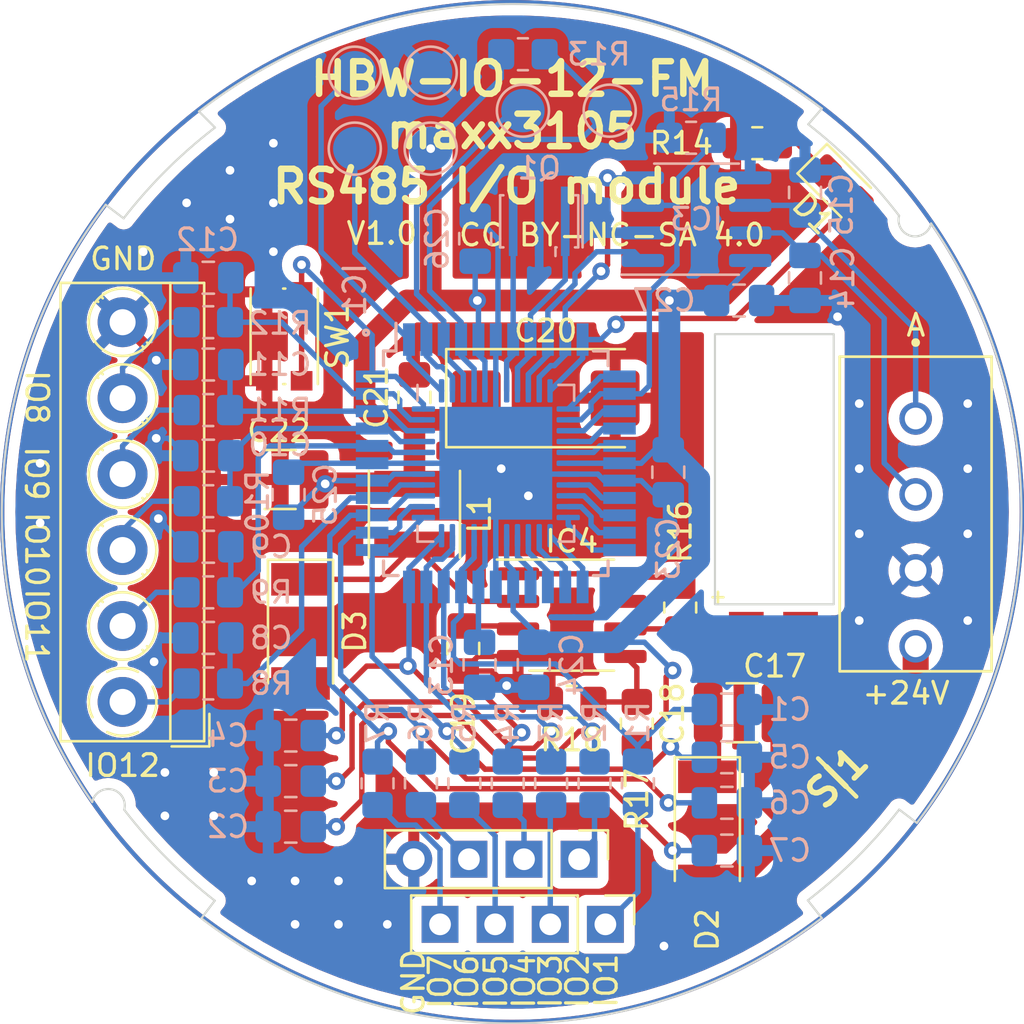
<source format=kicad_pcb>
(kicad_pcb (version 20211014) (generator pcbnew)
  (layers (0 "F.Cu" signal) (31 "B.Cu" signal) (34 "B.Paste" user) (35 "F.Paste" user) (36 "B.SilkS" user "B.Silkscreen") (37 "F.SilkS" user "F.Silkscreen") (38 "B.Mask" user) (39 "F.Mask" user) (44 "Edge.Cuts" user))
  (net 0 "")
  (net 1 "/GND")
  (net 2 "/AREF")
  (net 3 "Net-(C14-Pad1)")
  (net 4 "Net-(C15-Pad1)")
  (net 5 "Net-(C17-Pad1)")
  (net 6 "Net-(C19-Pad1)")
  (net 7 "/VCC")
  (net 8 "Net-(D1-Pad1)")
  (net 9 "/LED")
  (net 10 "Net-(D2-Pad2)")
  (net 11 "Net-(D3-Pad1)")
  (net 12 "/MOSI")
  (net 13 "/MISO")
  (net 14 "/SCK")
  (net 15 "/RST")
  (net 16 "/XTAL2")
  (net 17 "/XTAL1")
  (net 18 "/RXD")
  (net 19 "/TXD")
  (net 20 "/TXEN")
  (net 21 "/SO8")
  (net 22 "/SO7")
  (net 23 "/SO6")
  (net 24 "/SO5")
  (net 25 "/SO4")
  (net 26 "/SO3")
  (net 27 "/SO2")
  (net 28 "/SO1")
  (net 29 "/SO9")
  (net 30 "/SO10")
  (net 31 "/SO11")
  (net 32 "/SO12")
  (net 33 "Net-(IC4-Pad1)")
  (net 34 "Net-(IC4-Pad5)")
  (net 35 "Net-(J1-Pad1)")
  (net 36 "Net-(J1-Pad2)")
  (net 37 "Net-(J1-Pad3)")
  (net 38 "Net-(J1-Pad4)")
  (net 39 "Net-(J2-Pad1)")
  (net 40 "Net-(J2-Pad2)")
  (net 41 "Net-(J2-Pad3)")
  (net 42 "Net-(J3-Pad1)")
  (net 43 "Net-(J3-Pad2)")
  (net 44 "Net-(J3-Pad3)")
  (net 45 "Net-(J3-Pad4)")
  (net 46 "Net-(J3-Pad5)")
  (net 47 "/+24V")
  (net 48 "/PD3")
  (net 49 "/PD5")
  (net 50 "/PD6")
  (net 51 "/PD7")
  (net 52 "/PC0")
  (net 53 "/PC1")
  (net 54 "/PC2")
  (net 55 "/PC3")
  (net 56 "/PC4")
  (net 57 "/PC5")
  (net 58 "/PC6")
  (net 59 "/PC7")
  (net 60 "/Button")
  (footprint "Fuse:FUSC6127X294N" (layer "F.Cu") (at 164.982233 87.232233 -135)
    (fp_text reference "SI1")
    (fp_text value "375mA" hide)
  )
  (footprint "Diode_SMD:D_MELF" (layer "F.Cu") (at 140.25 80.5 -90)
    (fp_text reference "D3")
    (fp_text value "SK14")
  )
  (footprint "1891085:PHOENIX_1891085" (layer "F.Cu") (at 165.1 67.8375 -90)
    (fp_text reference "J4" hide)
    (fp_text value "BUS_Terminal" hide)
  )
  (footprint "LED_SMD:LED_0805_2012Metric_Pad1.15x1.40mm_HandSolder" (layer "F.Cu") (at 165.15 60.03 -45)
    (fp_text reference "D1")
    (fp_text value "Rot" hide)
  )
  (footprint "Capacitor_SMD:C_0805_2012Metric_Pad1.18x1.45mm_HandSolder" (layer "F.Cu") (at 147.75 81.2875 -90)
    (fp_text reference "C19")
    (fp_text value "220pF" hide)
  )
  (footprint "Inductor_SMD:L_Taiyo-Yuden_MD-4040" (layer "F.Cu") (at 145.5 75.1 -90)
    (fp_text reference "L1")
    (fp_text value "270µH")
  )
  (footprint "Diode_SMD:D_MELF" (layer "F.Cu") (at 159 89.6 -90)
    (fp_text reference "D2")
    (fp_text value "SM4007" hide)
  )
  (footprint "Capacitor_THT:CP_Radial_D5.0mm_P2.50mm" (layer "F.Cu") (at 160.794888 80.4)
    (fp_text reference "C17")
    (fp_text value "22µF/50V" hide)
  )
  (footprint "Resistor_SMD:R_0805_2012Metric_Pad1.20x1.40mm_HandSolder" (layer "F.Cu") (at 157.75 79.4 90)
    (fp_text reference "R16")
    (fp_text value "1R")
  )
  (footprint "Connector_PinHeader_2.54mm:PinHeader_1x04_P2.54mm_Vertical" (layer "F.Cu") (at 154.3 94 -90)
    (fp_text reference "J1" hide)
    (fp_text value "Conn_01x04_Male" hide)
  )
  (footprint "Resistor_SMD:R_0805_2012Metric_Pad1.20x1.40mm_HandSolder" (layer "F.Cu") (at 161.3 58)
    (fp_text reference "R14")
    (fp_text value "470" hide)
  )
  (footprint "Capacitor_SMD:C_0805_2012Metric_Pad1.18x1.45mm_HandSolder" (layer "F.Cu") (at 145.5 69.7125 -90)
    (fp_text reference "C21")
    (fp_text value "100n" hide)
  )
  (footprint "Capacitor_Tantalum_SMD:CP_EIA-7343-20_Kemet-V_Pad2.25x2.55mm_HandSolder" (layer "F.Cu") (at 151.55 69.75)
    (fp_text reference "C20")
    (fp_text value "100µF/6,3V" hide)
  )
  (footprint "Resistor_SMD:R_0805_2012Metric_Pad1.20x1.40mm_HandSolder" (layer "F.Cu") (at 152.75 83.75 180)
    (fp_text reference "R18")
    (fp_text value "12k" hide)
  )
  (footprint "Capacitor_SMD:C_1210_3225Metric_Pad1.33x2.70mm_HandSolder" (layer "F.Cu") (at 139.3125 73.5 180)
    (fp_text reference "C22")
    (fp_text value "10µF" hide)
  )
  (footprint "Package_SO:SOIC-8_3.9x4.9mm_P1.27mm" (layer "F.Cu") (at 152.75 79.75)
    (fp_text reference "IC4")
    (fp_text value "MC34063AD" hide)
  )
  (footprint "Connector_PinHeader_2.54mm:PinHeader_1x04_P2.54mm_Vertical" (layer "F.Cu") (at 153.09 91 -90)
    (fp_text reference "J2" hide)
    (fp_text value "Conn_01x04_Male" hide)
  )
  (footprint "Button_Switch_SMD:SW_Push_1P1T_NO_CK_KMR2" (layer "F.Cu") (at 139.5 66.9 -90)
    (fp_text reference "SW1")
    (fp_text value "Button")
  )
  (footprint "TerminalBlock_MetzConnect:TerminalBlock_MetzConnect_Type059_RT06306HBWC_1x06_P3.50mm_Horizontal" (layer "F.Cu") (at 132.05 83.75 90)
    (fp_text reference "J3" hide)
    (fp_text value "Screw_Terminal_01x06" hide)
  )
  (footprint "Resistor_SMD:R_0805_2012Metric_Pad1.20x1.40mm_HandSolder" (layer "F.Cu") (at 155.75 84.75 90)
    (fp_text reference "R17")
    (fp_text value "36k" hide)
  )
  (footprint "Capacitor_SMD:C_1210_3225Metric_Pad1.33x2.70mm_HandSolder" (layer "F.Cu") (at 160.6 84.25)
    (fp_text reference "C18")
    (fp_text value "2,2µF/50V" hide)
  )
  (footprint "Capacitor_SMD:C_0805_2012Metric_Pad1.18x1.45mm_HandSolder" (layer "B.Cu") (at 139.8 89.5)
    (fp_text reference "C2")
    (fp_text value "100nF" hide)
  )
  (footprint "Resistor_SMD:R_0805_2012Metric_Pad1.20x1.40mm_HandSolder" (layer "B.Cu") (at 149.8 87.5 90)
    (fp_text reference "R4")
    (fp_text value "330")
  )
  (footprint "Crystal:Resonator_SMD_Murata_CSTxExxV-3Pin_3.0x1.1mm_HandSoldering" (layer "B.Cu") (at 151.25 61.6 180)
    (fp_text reference "Q1")
    (fp_text value "16Mhz")
  )
  (footprint "Capacitor_SMD:C_0805_2012Metric_Pad1.18x1.45mm_HandSolder" (layer "B.Cu") (at 139.8 85.3)
    (fp_text reference "C4")
    (fp_text value "100nF")
  )
  (footprint "Capacitor_SMD:C_0805_2012Metric_Pad1.18x1.45mm_HandSolder" (layer "B.Cu") (at 139.8 87.4)
    (fp_text reference "C3")
    (fp_text value "100nF")
  )
  (footprint "Resistor_SMD:R_0805_2012Metric_Pad1.20x1.40mm_HandSolder" (layer "B.Cu") (at 136 66.25)
    (fp_text reference "R12")
    (fp_text value "330" hide)
  )
  (footprint "Capacitor_SMD:C_0805_2012Metric_Pad1.18x1.45mm_HandSolder" (layer "B.Cu") (at 159.9 84.1 180)
    (fp_text reference "C1")
    (fp_text value "100nF")
  )
  (footprint "Capacitor_SMD:C_0805_2012Metric_Pad1.18x1.45mm_HandSolder" (layer "B.Cu") (at 157.2 73.1625 -90)
    (fp_text reference "C23")
    (fp_text value "100nF" hide)
  )
  (footprint "TestPoint:TestPoint_Pad_D2.0mm" (layer "B.Cu") (at 150.5 56.5 180)
    (fp_text reference "TP6" hide)
    (fp_text value "SCK")
  )
  (footprint "Capacitor_SMD:C_0805_2012Metric_Pad1.18x1.45mm_HandSolder" (layer "B.Cu") (at 136 76.6)
    (fp_text reference "C9")
    (fp_text value "100nF" hide)
  )
  (footprint "Package_QFP:TQFP-44_10x10mm_P0.8mm" (layer "B.Cu") (at 149.25 72.75 -90)
    (fp_text reference "IC1")
    (fp_text value "ATmega32A-A" hide)
  )
  (footprint "Capacitor_SMD:C_0805_2012Metric_Pad1.18x1.45mm_HandSolder" (layer "B.Cu") (at 160.4625 65.25 180)
    (fp_text reference "C27")
    (fp_text value "100n" hide)
  )
  (footprint "Resistor_SMD:R_0805_2012Metric_Pad1.20x1.40mm_HandSolder" (layer "B.Cu") (at 147.8 87.5 90)
    (fp_text reference "R5")
    (fp_text value "330")
  )
  (footprint "Capacitor_SMD:C_0805_2012Metric_Pad1.18x1.45mm_HandSolder" (layer "B.Cu") (at 148.5 82.0375 90)
    (fp_text reference "C13")
    (fp_text value "100nF" hide)
  )
  (footprint "Capacitor_SMD:C_0805_2012Metric_Pad1.18x1.45mm_HandSolder" (layer "B.Cu") (at 136 68.2)
    (fp_text reference "C11")
    (fp_text value "100nF" hide)
  )
  (footprint "Capacitor_SMD:C_0805_2012Metric_Pad1.18x1.45mm_HandSolder" (layer "B.Cu") (at 136 64.2)
    (fp_text reference "C12")
    (fp_text value "100nF" hide)
  )
  (footprint "TestPoint:TestPoint_Pad_D2.0mm" (layer "B.Cu") (at 146.25 54.75 180)
    (fp_text reference "TP2" hide)
    (fp_text value "GND")
  )
  (footprint "Capacitor_SMD:C_0805_2012Metric_Pad1.18x1.45mm_HandSolder" (layer "B.Cu") (at 136 80.8)
    (fp_text reference "C8")
    (fp_text value "100nF" hide)
  )
  (footprint "Resistor_SMD:R_0805_2012Metric_Pad1.20x1.40mm_HandSolder" (layer "B.Cu") (at 136 82.9)
    (fp_text reference "R8")
    (fp_text value "330" hide)
  )
  (footprint "Resistor_SMD:R_0805_2012Metric_Pad1.20x1.40mm_HandSolder" (layer "B.Cu") (at 150.5 53.9 180)
    (fp_text reference "R13")
    (fp_text value "10k" hide)
  )
  (footprint "Capacitor_SMD:C_0805_2012Metric_Pad1.18x1.45mm_HandSolder" (layer "B.Cu") (at 159.9 90.6 180)
    (fp_text reference "C7")
    (fp_text value "100nF")
  )
  (footprint "TestPoint:TestPoint_Pad_D2.0mm" (layer "B.Cu") (at 142.75 54.75 180)
    (fp_text reference "TP4" hide)
    (fp_text value "MOSI")
  )
  (footprint "Capacitor_SMD:C_0805_2012Metric_Pad1.18x1.45mm_HandSolder" (layer "B.Cu") (at 139.7 74.2 90)
    (fp_text reference "C25")
    (fp_text value "100nF" hide)
  )
  (footprint "Package_DFN_QFN:QFN-44-1EP_7x7mm_P0.5mm_EP5.2x5.2mm" (layer "B.Cu") (at 149.25 72.75 -90)
    (fp_text reference "IC2" hide)
    (fp_text value "ATmega32A-M" hide)
  )
  (footprint "Capacitor_SMD:C_0805_2012Metric_Pad1.18x1.45mm_HandSolder" (layer "B.Cu") (at 136 72.4)
    (fp_text reference "C10")
    (fp_text value "100nF" hide)
  )
  (footprint "Capacitor_SMD:C_0805_2012Metric_Pad1.18x1.45mm_HandSolder" (layer "B.Cu") (at 163.5 60.27 90)
    (fp_text reference "C15")
    (fp_text value "82pF" hide)
  )
  (footprint "Capacitor_SMD:C_0805_2012Metric_Pad1.18x1.45mm_HandSolder" (layer "B.Cu") (at 148.3 62.4 90)
    (fp_text reference "C26")
    (fp_text value "100nF" hide)
  )
  (footprint "Resistor_SMD:R_0805_2012Metric_Pad1.20x1.40mm_HandSolder" (layer "B.Cu") (at 136 74.5)
    (fp_text reference "R10")
    (fp_text value "330" hide)
  )
  (footprint "Capacitor_SMD:C_0805_2012Metric_Pad1.18x1.45mm_HandSolder" (layer "B.Cu") (at 163.5 64.21 -90)
    (fp_text reference "C14")
    (fp_text value "82pF" hide)
  )
  (footprint "Resistor_SMD:R_0805_2012Metric_Pad1.20x1.40mm_HandSolder" (layer "B.Cu") (at 158.25 57.75)
    (fp_text reference "R15")
    (fp_text value "10k" hide)
  )
  (footprint "Resistor_SMD:R_0805_2012Metric_Pad1.20x1.40mm_HandSolder" (layer "B.Cu") (at 155.8 87.5 90)
    (fp_text reference "R1")
    (fp_text value "330")
  )
  (footprint "Resistor_SMD:R_0805_2012Metric_Pad1.20x1.40mm_HandSolder" (layer "B.Cu") (at 151.8 87.5 90)
    (fp_text reference "R3")
    (fp_text value "330")
  )
  (footprint "Capacitor_SMD:C_0805_2012Metric_Pad1.18x1.45mm_HandSolder" (layer "B.Cu") (at 159.9 86.3 180)
    (fp_text reference "C5")
    (fp_text value "100nF")
  )
  (footprint "TestPoint:TestPoint_Pad_D2.0mm" (layer "B.Cu") (at 154.5 56.5 180)
    (fp_text reference "TP5" hide)
    (fp_text value "RST")
  )
  (footprint "TestPoint:TestPoint_Pad_D2.0mm" (layer "B.Cu") (at 146.25 58.25 180)
    (fp_text reference "TP1" hide)
    (fp_text value "VCC")
  )
  (footprint "Package_SO:SOIC-8_3.9x4.9mm_P1.27mm" (layer "B.Cu") (at 158.5 61.5)
    (fp_text reference "IC3")
    (fp_text value "MAX487E" hide)
  )
  (footprint "Resistor_SMD:R_0805_2012Metric_Pad1.20x1.40mm_HandSolder" (layer "B.Cu") (at 143.8 87.5 90)
    (fp_text reference "R7")
    (fp_text value "330")
  )
  (footprint "TestPoint:TestPoint_Pad_D2.0mm" (layer "B.Cu") (at 142.75 58.25 180)
    (fp_text reference "TP3" hide)
    (fp_text value "MISO")
  )
  (footprint "Capacitor_SMD:C_0805_2012Metric_Pad1.18x1.45mm_HandSolder" (layer "B.Cu") (at 151 82.0375 -90)
    (fp_text reference "C24")
    (fp_text value "100nF" hide)
  )
  (footprint "Resistor_SMD:R_0805_2012Metric_Pad1.20x1.40mm_HandSolder" (layer "B.Cu") (at 136 70.3)
    (fp_text reference "R11")
    (fp_text value "330" hide)
  )
  (footprint "Resistor_SMD:R_0805_2012Metric_Pad1.20x1.40mm_HandSolder" (layer "B.Cu") (at 136 78.7)
    (fp_text reference "R9")
    (fp_text value "330" hide)
  )
  (footprint "Resistor_SMD:R_0805_2012Metric_Pad1.20x1.40mm_HandSolder" (layer "B.Cu") (at 153.8 87.5 90)
    (fp_text reference "R2")
    (fp_text value "330" hide)
  )
  (footprint "Capacitor_SMD:C_0805_2012Metric_Pad1.18x1.45mm_HandSolder" (layer "B.Cu") (at 159.9 88.4 180)
    (fp_text reference "C6")
    (fp_text value "100nF" hide)
  )
  (footprint "Resistor_SMD:R_0805_2012Metric_Pad1.20x1.40mm_HandSolder" (layer "B.Cu") (at 145.8 87.5 90)
    (fp_text reference "R6")
    (fp_text value "330" hide)
  )
  (gr_circle (center 150 75) (end 173.5 75) (layer "F.Cu") (width 0.2) (fill none))
  (gr_circle (center 150 75) (end 173.5 75) (layer "B.Cu") (width 0.2) (fill none))
  (gr_circle (center 143.27 66.73) (end 143.31 66.84) (layer "B.SilkS") (width 0.15) (fill none))
  (gr_arc (start 164.274013 93.709678) (mid 149.979794 98.565663) (end 135.681576 93.721468) (layer "Edge.Cuts") (width 0.1))
  (gr_arc (start 132.098474 61.463954) (mid 134.070106 59.236439) (end 136.309444 57.278246) (layer "Edge.Cuts") (width 0.1))
  (gr_arc (start 130.650136 88.363575) (mid 131.570106 87.786439) (end 132.125319 88.719804) (layer "Edge.Cuts") (width 0.1))
  (gr_arc (start 130.650136 88.363575) (mid 126.489563 74.499294) (end 131.269977 60.83634) (layer "Edge.Cuts") (width 0.1))
  (gr_arc (start 163.651021 57.129902) (mid 165.878536 59.101534) (end 167.836729 61.340872) (layer "Edge.Cuts") (width 0.1))
  (gr_line (start 132.098474 61.463954) (end 131.270106 60.836439) (layer "Edge.Cuts") (width 0.1))
  (gr_rect (start 159.35 66.8) (end 164.825 79.25) (layer "Edge.Cuts") (width 0.1) (fill none))
  (gr_line (start 167.841738 88.708924) (end 168.65495 89.324877) (layer "Edge.Cuts") (width 0.1))
  (gr_line (start 163.630768 92.894632) (end 164.274013 93.709678) (layer "Edge.Cuts") (width 0.1))
  (gr_arc (start 169.311912 61.697101) (mid 173.468751 75.617646) (end 168.65495 89.324877) (layer "Edge.Cuts") (width 0.1))
  (gr_line (start 136.297621 92.908071) (end 135.681576 93.721468) (layer "Edge.Cuts") (width 0.1))
  (gr_line (start 163.651021 57.129902) (end 164.278536 56.401534) (layer "Edge.Cuts") (width 0.1))
  (gr_arc (start 135.570106 56.536439) (mid 149.901374 51.585798) (end 164.278536 56.401534) (layer "Edge.Cuts") (width 0.1))
  (gr_arc (start 167.841738 88.708924) (mid 165.870106 90.936439) (end 163.630768 92.894632) (layer "Edge.Cuts") (width 0.1))
  (gr_line (start 136.309444 57.278246) (end 135.570106 56.536439) (layer "Edge.Cuts") (width 0.1))
  (gr_arc (start 136.297621 92.908071) (mid 134.07869 90.946211) (end 132.125319 88.719804) (layer "Edge.Cuts") (width 0.1))
  (gr_arc (start 169.311912 61.697101) (mid 168.391942 62.274237) (end 167.836729 61.340872) (layer "Edge.Cuts") (width 0.1))
  (gr_text "IO10" (at 128.09 76.72 270) (layer "F.SilkS") (effects (font (size 1 1))))
  (gr_text "IO7" (at 146.68 96.65 90) (layer "F.SilkS") (effects (font (size 1 1))))
  (gr_text "IO12" (at 132.05 86.68) (layer "F.SilkS") (effects (font (size 1 1))))
  (gr_text "+24V" (at 168.16 83.35) (layer "F.SilkS") (effects (font (size 1 1))))
  (gr_text "IO2" (at 153.01 96.62 90) (layer "F.SilkS") (effects (font (size 1 1))))
  (gr_text "IO9" (at 128.07 73.22 270) (layer "F.SilkS") (effects (font (size 1 1))))
  (gr_text "IO11" (at 128.09 80.25 270) (layer "F.SilkS") (effects (font (size 1 1))))
  (gr_text "HBW-IO-12-FM\nmaxx3105" (at 150 56.25) (layer "F.SilkS") (effects (font (size 1.5 1.5) (thickness 0.3))))
  (gr_text "RS485 I/O module" (at 149.75 60) (layer "F.SilkS") (effects (font (size 1.5 1.5) (thickness 0.3))))
  (gr_text "IO4" (at 150.54 96.63 90) (layer "F.SilkS") (effects (font (size 1 1))))
  (gr_text "GND" (at 132.08 63.33) (layer "F.SilkS") (effects (font (size 1 1))))
  (gr_text "GND" (at 145.45 96.66 90) (layer "F.SilkS") (effects (font (size 1 1))))
  (gr_text "CC BY-NC-SA 4.0" (at 154.61 62.23) (layer "F.SilkS") (effects (font (size 1 1))))
  (gr_text "IO3" (at 151.77 96.62 90) (layer "F.SilkS") (effects (font (size 1 1))))
  (gr_text "V1.0" (at 144 62.16) (layer "F.SilkS") (effects (font (size 1 1))))
  (gr_text "IO5" (at 149.25 96.63 90) (layer "F.SilkS") (effects (font (size 1 1))))
  (gr_text "A" (at 168.61 66.39) (layer "F.SilkS") (effects (font (size 1 1))))
  (gr_text "IO1" (at 154.34 96.6 90) (layer "F.SilkS") (effects (font (size 1 1))))
  (gr_text "IO8" (at 128.1 69.71 270) (layer "F.SilkS") (effects (font (size 1 1))))
  (gr_text "IO6" (at 147.92 96.65 90) (layer "F.SilkS") (effects (font (size 1 1))))
  (segment (start 140.25 82.9) (end 140.25 81) (width 0.25) (layer "F.Cu") (net 1))
  (segment (start 148.42 81.655) (end 147.75 82.325) (width 0.25) (layer "F.Cu") (net 1))
  (segment (start 149.75 83) (end 149.075 82.325) (width 0.25) (layer "F.Cu") (net 1))
  (segment (start 140.25 81) (end 140.75 80.5) (width 0.25) (layer "F.Cu") (net 1))
  (segment (start 140.75 80.5) (end 145.5125 80.5) (width 0.25) (layer "F.Cu") (net 1))
  (segment (start 151.75 83.75) (end 150.5 83.75) (width 0.25) (layer "F.Cu") (net 1))
  (segment (start 149.075 82.325) (end 147.75 82.325) (width 0.25) (layer "F.Cu") (net 1))
  (segment (start 145.5125 80.5) (end 147.3375 82.325) (width 0.25) (layer "F.Cu") (net 1))
  (segment (start 150.5 83.75) (end 149.75 83) (width 0.25) (layer "F.Cu") (net 1))
  (segment (start 150.275 81.655) (end 148.42 81.655) (width 0.25) (layer "F.Cu") (net 1))
  (via (at 133 63) (size 0.8) (drill 0.4) (layers "F.Cu" "B.Cu") (net 1))
  (via (at 137 61.5) (size 0.8) (drill 0.4) (layers "F.Cu" "B.Cu") (net 1))
  (via (at 140 92) (size 0.8) (drill 0.4) (layers "F.Cu" "B.Cu") (net 1))
  (via (at 133.7 75.3) (size 0.8) (drill 0.4) (layers "F.Cu" "B.Cu") (net 1))
  (via (at 134 89) (size 0.8) (drill 0.4) (layers "F.Cu" "B.Cu") (net 1))
  (via (at 171 80) (size 0.8) (drill 0.4) (layers "F.Cu" "B.Cu") (net 1))
  (via (at 128.25 75.5) (size 0.8) (drill 0.4) (layers "F.Cu" "B.Cu") (net 1))
  (via (at 165 66) (size 0.8) (drill 0.4) (layers "F.Cu" "B.Cu") (net 1))
  (via (at 142 94) (size 0.8) (drill 0.4) (layers "F.Cu" "B.Cu") (net 1))
  (via (at 139 63) (size 0.8) (drill 0.4) (layers "F.Cu" "B.Cu") (net 1))
  (via (at 171 73) (size 0.8) (drill 0.4) (layers "F.Cu" "B.Cu") (net 1))
  (via (at 166 80) (size 0.8) (drill 0.4) (layers "F.Cu" "B.Cu") (net 1))
  (via (at 166 76) (size 0.8) (drill 0.4) (layers "F.Cu" "B.Cu") (net 1))
  (via (at 144.25 94) (size 0.8) (drill 0.4) (layers "F.Cu" "B.Cu") (net 1))
  (via (at 150.75 74.25) (size 0.8) (drill 0.4) (layers "F.Cu" "B.Cu") (net 1))
  (via (at 135 60.75) (size 0.8) (drill 0.4) (layers "F.Cu" "B.Cu") (net 1))
  (via (at 142 92) (size 0.8) (drill 0.4) (layers "F.Cu" "B.Cu") (net 1))
  (via (at 139 60.75) (size 0.8) (drill 0.4) (layers "F.Cu" "B.Cu") (net 1))
  (via (at 157 95) (size 0.8) (drill 0.4) (layers "F.Cu" "B.Cu") (net 1))
  (via (at 133.6 68) (size 0.8) (drill 0.4) (layers "F.Cu" "B.Cu") (net 1))
  (via (at 136.25 89) (size 0.8) (drill 0.4) (layers "F.Cu" "B.Cu") (net 1))
  (via (at 138 92) (size 0.8) (drill 0.4) (layers "F.Cu" "B.Cu") (net 1))
  (via (at 149.75 83) (size 0.8) (drill 0.4) (layers "F.Cu" "B.Cu") (net 1))
  (via (at 136.25 87) (size 0.8) (drill 0.4) (layers "F.Cu" "B.Cu") (net 1))
  (via (at 171 70) (size 0.8) (drill 0.4) (layers "F.Cu" "B.Cu") (net 1))
  (via (at 134 87) (size 0.8) (drill 0.4) (layers "F.Cu" "B.Cu") (net 1))
  (via (at 171 76) (size 0.8) (drill 0.4) (layers "F.Cu" "B.Cu") (net 1))
  (via (at 166 70) (size 0.8) (drill 0.4) (layers "F.Cu" "B.Cu") (net 1))
  (via (at 128.25 72.75) (size 0.8) (drill 0.4) (layers "F.Cu" "B.Cu") (net 1))
  (via (at 133.5 81.9) (size 0.8) (drill 0.4) (layers "F.Cu" "B.Cu") (net 1))
  (via (at 166 73) (size 0.8) (drill 0.4) (layers "F.Cu" "B.Cu") (net 1))
  (via (at 149.5 73) (size 0.8) (drill 0.4) (layers "F.Cu" "B.Cu") (net 1))
  (via (at 139 58) (size 0.8) (drill 0.4) (layers "F.Cu" "B.Cu") (net 1))
  (via (at 133.6 71.6) (size 0.8) (drill 0.4) (layers "F.Cu" "B.Cu") (net 1))
  (via (at 137 59.25) (size 0.8) (drill 0.4) (layers "F.Cu" "B.Cu") (net 1))
  (via (at 140 94) (size 0.8) (drill 0.4) (layers "F.Cu" "B.Cu") (net 1))
  (segment (start 134.9625 68.2) (end 133.8 68.2) (width 0.25) (layer "B.Cu") (net 1))
  (segment (start 133.7 75.3) (end 133.7 75.3375) (width 0.25) (layer "B.Cu") (net 1))
  (segment (start 153.95 73.25) (end 152.5875 73.25) (width 0.25) (layer "B.Cu") (net 1))
  (segment (start 133.6 71.6) (end 134.1625 71.6) (width 0.25) (layer "B.Cu") (net 1))
  (segment (start 149.35 62.4125) (end 148.3 61.3625) (width 0.25) (layer "B.Cu") (net 1))
  (segment (start 149.25 76.0875) (end 149.25 78.45) (width 0.25) (layer "B.Cu") (net 1))
  (segment (start 154.25 73.55) (end 153.95 73.25) (width 0.25) (layer "B.Cu") (net 1))
  (segment (start 145.9125 72.75) (end 149.25 72.75) (width 0.25) (layer "B.Cu") (net 1))
  (segment (start 133.8 68.2) (end 133.6 68) (width 0.25) (layer "B.Cu") (net 1))
  (segment (start 154.95 73.55) (end 155.95 73.55) (width 0.25) (layer "B.Cu") (net 1))
  (segment (start 133.7 75.3375) (end 134.9625 76.6) (width 0.25) (layer "B.Cu") (net 1))
  (segment (start 155.95 73.55) (end 156.6 74.2) (width 0.25) (layer "B.Cu") (net 1))
  (segment (start 134.1625 71.6) (end 134.9625 72.4) (width 0.25) (layer "B.Cu") (net 1))
  (segment (start 149.25 69.4125) (end 149.25 67.05) (width 0.25) (layer "B.Cu") (net 1))
  (segment (start 143.55 72.75) (end 140.1125 72.75) (width 0.25) (layer "B.Cu") (net 1))
  (segment (start 149.25 76.0875) (end 149.25 72.75) (width 0.25) (layer "B.Cu") (net 1))
  (segment (start 151 83.075) (end 148.5 83.075) (width 0.25) (layer "B.Cu") (net 1))
  (segment (start 149.25 69.4125) (end 149.25 72.75) (width 0.25) (layer "B.Cu") (net 1))
  (segment (start 149.35 66.95) (end 149.35 62.4125) (width 0.25) (layer "B.Cu") (net 1))
  (segment (start 154.95 73.55) (end 154.25 73.55) (width 0.25) (layer "B.Cu") (net 1))
  (segment (start 145.9125 72.75) (end 143.55 72.75) (width 0.25) (layer "B.Cu") (net 1))
  (segment (start 152.5875 73.25) (end 149.75 73.25) (width 0.25) (layer "B.Cu") (net 1))
  (segment (start 148.45 78.45) (end 148.45 80.95) (width 0.25) (layer "B.Cu") (net 2))
  (segment (start 148.75 77.45) (end 148.75 76.0875) (width 0.25) (layer "B.Cu") (net 2))
  (segment (start 148.45 78.45) (end 148.45 77.75) (width 0.25) (layer "B.Cu") (net 2))
  (segment (start 148.45 77.75) (end 148.75 77.45) (width 0.25) (layer "B.Cu") (net 2))
  (segment (start 164.2475 63.1725) (end 167.15 66.075) (width 0.25) (layer "B.Cu") (net 3))
  (segment (start 162.4625 62.135) (end 163.5 63.1725) (width 0.25) (layer "B.Cu") (net 3))
  (segment (start 163.5 63.1725) (end 164.2475 63.1725) (width 0.25) (layer "B.Cu") (net 3))
  (segment (start 160.975 62.135) (end 162.4625 62.135) (width 0.25) (layer "B.Cu") (net 3))
  (segment (start 167.15 72.7375) (end 168.6 74.1875) (width 0.25) (layer "B.Cu") (net 3))
  (segment (start 167.15 66.075) (end 167.15 72.7375) (width 0.25) (layer "B.Cu") (net 3))
  (segment (start 162.865 60.865) (end 168.6 66.6) (width 0.25) (layer "B.Cu") (net 4))
  (segment (start 168.6 66.6) (end 168.6 70.6875) (width 0.25) (layer "B.Cu") (net 4))
  (segment (start 160.975 60.865) (end 162.865 60.865) (width 0.25) (layer "B.Cu") (net 4))
  (segment (start 159.0375 84.25) (end 159.0375 80.5625) (width 1) (layer "F.Cu") (net 5))
  (segment (start 159.0375 80.5625) (end 159.2 80.4) (width 0.25) (layer "F.Cu") (net 5))
  (segment (start 159.2 80.4) (end 160.594888 80.4) (width 1) (layer "F.Cu") (net 5))
  (segment (start 159.0375 84.25) (end 159.0375 87.1625) (width 1.2) (layer "F.Cu") (net 5))
  (segment (start 155.225 80.385) (end 157.365 80.385) (width 0.25) (layer "F.Cu") (net 5))
  (segment (start 157.75 80.4) (end 159.2 80.4) (width 1) (layer "F.Cu") (net 5))
  (segment (start 147.75 80.25) (end 150.14 80.25) (width 0.25) (layer "F.Cu") (net 6))
  (segment (start 157.25 65.25) (end 148.4 65.25) (width 1) (layer "F.Cu") (net 7))
  (segment (start 141.05 73.675) (end 145.5 73.675) (width 1) (layer "F.Cu") (net 7))
  (segment (start 143.2 67.2) (end 143.2 70.2) (width 1) (layer "F.Cu") (net 7))
  (segment (start 146.25 65.25) (end 145.15 65.25) (width 1) (layer "F.Cu") (net 7))
  (segment (start 157.1 82.6) (end 157.1 84.4) (width 0.25) (layer "F.Cu") (net 7))
  (segment (start 143.75 70.75) (end 147.35 70.75) (width 1) (layer "F.Cu") (net 7))
  (segment (start 146.25 65.25) (end 146.25 58.25) (width 1) (layer "F.Cu") (net 7))
  (segment (start 145.15 65.25) (end 143.2 67.2) (width 1) (layer "F.Cu") (net 7))
  (segment (start 157.1 84.4) (end 155.75 85.75) (width 0.25) (layer "F.Cu") (net 7))
  (segment (start 143.75 70.75) (end 145.5 70.75) (width 1) (layer "F.Cu") (net 7))
  (segment (start 145.5 73.675) (end 145.5 70.75) (width 1) (layer "F.Cu") (net 7))
  (segment (start 157.4 82.3) (end 157.1 82.6) (width 0.25) (layer "F.Cu") (net 7))
  (segment (start 148.4 65.25) (end 146.25 65.25) (width 1) (layer "F.Cu") (net 7))
  (segment (start 143.2 70.2) (end 143.75 70.75) (width 1) (layer "F.Cu") (net 7))
  (segment (start 147.35 70.75) (end 148.35 69.75) (width 1) (layer "F.Cu") (net 7))
  (via (at 146.25 58.25) (size 0.8) (drill 0.4) (layers "F.Cu" "B.Cu") (net 7))
  (via (at 157.25 65.25) (size 0.8) (drill 0.4) (layers "F.Cu" "B.Cu") (net 7))
  (via (at 157.4 82.3) (size 0.8) (drill 0.4) (layers "F.Cu" "B.Cu") (net 7))
  (via (at 141.3875 73.7) (size 0.8) (drill 0.4) (layers "F.Cu" "B.Cu") (net 7))
  (via (at 148.4 65.25) (size 0.8) (drill 0.4) (layers "F.Cu" "B.Cu") (net 7))
  (segment (start 154.8 81) (end 151 81) (width 1) (layer "B.Cu") (net 7))
  (segment (start 155.95 72.75) (end 156.575 72.125) (width 0.25) (layer "B.Cu") (net 7))
  (segment (start 157.25 72.093997) (end 158.625 73.468997) (width 1) (layer "B.Cu") (net 7))
  (segment (start 144.25 73.55) (end 143.55 73.55) (width 0.25) (layer "B.Cu") (net 7))
  (segment (start 160.975 63.405) (end 160.975 63.7) (width 0.25) (layer "B.Cu") (net 7))
  (segment (start 141.2375 73.7) (end 141.3875 73.7) (width 0.25) (layer "B.Cu") (net 7))
  (segment (start 148.4 65.25) (end 148.45 65.3) (width 0.25) (layer "B.Cu") (net 7))
  (segment (start 149.5 55) (end 146.25 58.25) (width 0.25) (layer "B.Cu") (net 7))
  (segment (start 152.5875 72.75) (end 154.95 72.75) (width 0.25) (layer "B.Cu") (net 7))
  (segment (start 144.55 73.25) (end 144.25 73.55) (width 0.25) (layer "B.Cu") (net 7))
  (segment (start 150.05 77.7) (end 150.05 78.45) (width 0.25) (layer "B.Cu") (net 7))
  (segment (start 158.625 77.175) (end 154.8 81) (width 1) (layer "B.Cu") (net 7))
  (segment (start 148.3 65.15) (end 148.3 63.4375) (width 0.25) (layer "B.Cu") (net 7))
  (segment (start 149.75 76.0875) (end 149.75 77.4) (width 0.25) (layer "B.Cu") (net 7))
  (segment (start 158.625 73.468997) (end 158.625 77.175) (width 1) (layer "B.Cu") (net 7))
  (segment (start 145.9125 73.25) (end 144.55 73.25) (width 0.25) (layer "B.Cu") (net 7))
  (segment (start 151 80.5) (end 151 81) (width 0.25) (layer "B.Cu") (net 7))
  (segment (start 148.45 67.05) (end 148.45 67.75) (width 0.25) (layer "B.Cu") (net 7))
  (segment (start 149.75 77.4) (end 150.05 77.7) (width 0.25) (layer "B.Cu") (net 7))
  (segment (start 148.75 68.05) (end 148.75 69.4125) (width 0.25) (layer "B.Cu") (net 7))
  (segment (start 156.575 72.125) (end 157.2 72.125) (width 0.25) (layer "B.Cu") (net 7))
  (segment (start 160.975 63.7) (end 159.425 65.25) (width 0.25) (layer "B.Cu") (net 7))
  (segment (start 159.425 65.25) (end 157.25 65.25) (width 1) (layer "B.Cu") (net 7))
  (segment (start 148.4 65.25) (end 148.3 65.15) (width 0.25) (layer "B.Cu") (net 7))
  (segment (start 154.95 72.75) (end 155.95 72.75) (width 0.25) (layer "B.Cu") (net 7))
  (segment (start 156.1 81) (end 154.8 81) (width 0.25) (layer "B.Cu") (net 7))
  (segment (start 157.25 65.25) (end 157.25 72.093997) (width 1) (layer "B.Cu") (net 7))
  (segment (start 149.5 53.9) (end 149.5 55) (width 0.25) (layer "B.Cu") (net 7))
  (segment (start 148.45 65.3) (end 148.45 67.05) (width 0.25) (layer "B.Cu") (net 7))
  (segment (start 141.5375 73.55) (end 143.55 73.55) (width 0.25) (layer "B.Cu") (net 7))
  (segment (start 148.45 67.75) (end 148.75 68.05) (width 0.25) (layer "B.Cu") (net 7))
  (segment (start 157.4 82.3) (end 156.1 81) (width 0.25) (layer "B.Cu") (net 7))
  (segment (start 139.7 75.2375) (end 141.2375 73.7) (width 0.25) (layer "B.Cu") (net 7))
  (segment (start 141.3875 73.7) (end 141.5375 73.55) (width 0.25) (layer "B.Cu") (net 7))
  (segment (start 150.05 79.55) (end 151 80.5) (width 0.25) (layer "B.Cu") (net 7))
  (segment (start 150.05 78.45) (end 150.05 79.55) (width 0.25) (layer "B.Cu") (net 7))
  (segment (start 162.3 58) (end 163.13 58) (width 0.25) (layer "F.Cu") (net 8))
  (segment (start 163.13 58) (end 164.305216 59.175216) (width 0.25) (layer "F.Cu") (net 8))
  (segment (start 160.304568 66.075) (end 165.754784 60.624784) (width 0.25) (layer "F.Cu") (net 9))
  (segment (start 155.0645 66.075) (end 160.304568 66.075) (width 0.25) (layer "F.Cu") (net 9))
  (segment (start 154.79 66.3495) (end 155.0645 66.075) (width 0.25) (layer "F.Cu") (net 9))
  (via (at 154.79 66.3495) (size 0.8) (drill 0.4) (layers "F.Cu" "B.Cu") (net 9))
  (segment (start 153.25 67.9125) (end 153.25 67.05) (width 0.25) (layer "B.Cu") (net 9))
  (segment (start 154.79 66.3495) (end 154.0895 67.05) (width 0.25) (layer "B.Cu") (net 9))
  (segment (start 154.0895 67.05) (end 153.25 67.05) (width 0.25) (layer "B.Cu") (net 9))
  (segment (start 151.75 69.4125) (end 153.25 67.9125) (width 0.25) (layer "B.Cu") (net 9))
  (segment (start 160.214466 92) (end 163.214466 89) (width 1.2) (layer "F.Cu") (net 10))
  (segment (start 140.25 78.1) (end 143.95 78.1) (width 0.25) (layer "F.Cu") (net 11))
  (segment (start 143.95 78.1) (end 145.5 76.55) (width 0.25) (layer "F.Cu") (net 11))
  (segment (start 148.065 79.115) (end 145.5 76.55) (width 0.25) (layer "F.Cu") (net 11))
  (segment (start 150.275 79.115) (end 148.065 79.115) (width 0.25) (layer "F.Cu") (net 11))
  (segment (start 146.7375 69.4125) (end 145.25 67.925) (width 0.25) (layer "B.Cu") (net 12))
  (segment (start 141.2 56.3) (end 142.75 54.75) (width 0.25) (layer "B.Cu") (net 12))
  (segment (start 145.25 67.05) (end 141.2 63) (width 0.25) (layer "B.Cu") (net 12))
  (segment (start 141.2 63) (end 141.2 56.3) (width 0.25) (layer "B.Cu") (net 12))
  (segment (start 145.25 67.925) (end 145.25 67.05) (width 0.25) (layer "B.Cu") (net 12))
  (segment (start 146.75 69.4125) (end 146.7375 69.4125) (width 0.25) (layer "B.Cu") (net 12))
  (segment (start 146.05 67.8) (end 146.55 68.3) (width 0.25) (layer "B.Cu") (net 13))
  (segment (start 142.75 63.05) (end 142.75 58.25) (width 0.25) (layer "B.Cu") (net 13))
  (segment (start 146.55 68.3) (end 146.763604 68.3) (width 0.25) (layer "B.Cu") (net 13))
  (segment (start 146.05 67.05) (end 146.05 66.35) (width 0.25) (layer "B.Cu") (net 13))
  (segment (start 147.25 68.786396) (end 147.25 69.4125) (width 0.25) (layer "B.Cu") (net 13))
  (segment (start 146.763604 68.3) (end 147.25 68.786396) (width 0.25) (layer "B.Cu") (net 13))
  (segment (start 146.05 67.05) (end 146.05 67.8) (width 0.25) (layer "B.Cu") (net 13))
  (segment (start 146.05 66.35) (end 142.75 63.05) (width 0.25) (layer "B.Cu") (net 13))
  (segment (start 146.85 67.05) (end 146.85 67.75) (width 0.25) (layer "B.Cu") (net 14))
  (segment (start 145.6 60.886916) (end 149.986916 56.5) (width 0.25) (layer "B.Cu") (net 14))
  (segment (start 146.85 67.05) (end 146.85 66.2) (width 0.25) (layer "B.Cu") (net 14))
  (segment (start 147.75 68.65) (end 147.75 69.4125) (width 0.25) (layer "B.Cu") (net 14))
  (segment (start 146.85 66.2) (end 145.6 64.95) (width 0.25) (layer "B.Cu") (net 14))
  (segment (start 145.6 64.95) (end 145.6 60.886916) (width 0.25) (layer "B.Cu") (net 14))
  (segment (start 146.85 67.75) (end 147.75 68.65) (width 0.25) (layer "B.Cu") (net 14))
  (segment (start 151.9 53.9) (end 154.5 56.5) (width 0.25) (layer "B.Cu") (net 15))
  (segment (start 148.25 68.4) (end 148.25 69.4125) (width 0.25) (layer "B.Cu") (net 15))
  (segment (start 147.65 67.05) (end 147.65 66.25) (width 0.25) (layer "B.Cu") (net 15))
  (segment (start 146.2 60.923312) (end 149.298312 57.825) (width 0.25) (layer "B.Cu") (net 15))
  (segment (start 147.65 67.8) (end 148.25 68.4) (width 0.25) (layer "B.Cu") (net 15))
  (segment (start 147.65 67.05) (end 147.65 67.8) (width 0.25) (layer "B.Cu") (net 15))
  (segment (start 146.2 64.8) (end 146.2 60.923312) (width 0.25) (layer "B.Cu") (net 15))
  (segment (start 153.175 57.825) (end 154.5 56.5) (width 0.25) (layer "B.Cu") (net 15))
  (segment (start 147.65 66.25) (end 146.2 64.8) (width 0.25) (layer "B.Cu") (net 15))
  (segment (start 149.298312 57.825) (end 153.175 57.825) (width 0.25) (layer "B.Cu") (net 15))
  (segment (start 150.05 67.05) (end 150.05 67.75) (width 0.25) (layer "B.Cu") (net 16))
  (segment (start 150.05 67.75) (end 149.75 68.05) (width 0.25) (layer "B.Cu") (net 16))
  (segment (start 150.05 67.05) (end 150.05 62.35) (width 0.25) (layer "B.Cu") (net 16))
  (segment (start 149.75 68.05) (end 149.75 69.4125) (width 0.25) (layer "B.Cu") (net 16))
  (segment (start 152.45 64.3) (end 152.45 62.35) (width 0.25) (layer "B.Cu") (net 17))
  (segment (start 150.85 67.75) (end 150.25 68.35) (width 0.25) (layer "B.Cu") (net 17))
  (segment (start 150.85 67.05) (end 150.85 65.9) (width 0.25) (layer "B.Cu") (net 17))
  (segment (start 150.85 67.05) (end 150.85 67.75) (width 0.25) (layer "B.Cu") (net 17))
  (segment (start 150.85 65.9) (end 152.45 64.3) (width 0.25) (layer "B.Cu") (net 17))
  (segment (start 150.25 68.35) (end 150.25 69.4125) (width 0.25) (layer "B.Cu") (net 17))
  (segment (start 153.9 63) (end 155.62 63) (width 0.25) (layer "B.Cu") (net 18))
  (segment (start 151.65 65.736396) (end 152.9 64.486396) (width 0.25) (layer "B.Cu") (net 18))
  (segment (start 152.9 64) (end 153.9 63) (width 0.25) (layer "B.Cu") (net 18))
  (segment (start 151.65 67.05) (end 151.65 67.75) (width 0.25) (layer "B.Cu") (net 18))
  (segment (start 151.65 67.75) (end 150.75 68.65) (width 0.25) (layer "B.Cu") (net 18))
  (segment (start 151.65 67.05) (end 151.65 65.736396) (width 0.25) (layer "B.Cu") (net 18))
  (segment (start 152.9 64.486396) (end 152.9 64) (width 0.25) (layer "B.Cu") (net 18))
  (segment (start 150.75 68.65) (end 150.75 69.4125) (width 0.25) (layer "B.Cu") (net 18))
  (segment (start 155.62 63) (end 156.025 63.405) (width 0.25) (layer "B.Cu") (net 18))
  (segment (start 154.1 63.9) (end 154.4 63.6) (width 0.25) (layer "F.Cu") (net 19))
  (segment (start 154.4 63.6) (end 154.4 59.6) (width 0.25) (layer "F.Cu") (net 19))
  (via (at 154.4 59.6) (size 0.8) (drill 0.4) (layers "F.Cu" "B.Cu") (net 19))
  (via (at 154.1 63.9) (size 0.8) (drill 0.4) (layers "F.Cu" "B.Cu") (net 19))
  (segment (start 154.405 59.595) (end 154.4 59.6) (width 0.25) (layer "B.Cu") (net 19))
  (segment (start 151.786396 68.25) (end 151.95 68.25) (width 0.25) (layer "B.Cu") (net 19))
  (segment (start 154.1 63.9) (end 154.1 63.922792) (width 0.25) (layer "B.Cu") (net 19))
  (segment (start 151.25 69.4125) (end 151.25 68.786396) (width 0.25) (layer "B.Cu") (net 19))
  (segment (start 152.45 67.75) (end 152.45 67.05) (width 0.25) (layer "B.Cu") (net 19))
  (segment (start 152.45 65.572792) (end 152.45 67.05) (width 0.25) (layer "B.Cu") (net 19))
  (segment (start 151.95 68.25) (end 152.45 67.75) (width 0.25) (layer "B.Cu") (net 19))
  (segment (start 156.025 59.595) (end 154.405 59.595) (width 0.25) (layer "B.Cu") (net 19))
  (segment (start 151.25 68.786396) (end 151.786396 68.25) (width 0.25) (layer "B.Cu") (net 19))
  (segment (start 154.1 63.922792) (end 152.45 65.572792) (width 0.25) (layer "B.Cu") (net 19))
  (segment (start 153.173008 70.75) (end 153.64 70.283008) (width 0.25) (layer "B.Cu") (net 20))
  (segment (start 159.25 58.016751) (end 157.6 59.666751) (width 0.25) (layer "B.Cu") (net 20))
  (segment (start 153.64 70.283008) (end 153.64 69.98) (width 0.25) (layer "B.Cu") (net 20))
  (segment (start 157.6 60.865) (end 156.025 60.865) (width 0.25) (layer "B.Cu") (net 20))
  (segment (start 157.6 63.591852) (end 157.6 61.4) (width 0.25) (layer "B.Cu") (net 20))
  (segment (start 152.5875 70.75) (end 153.173008 70.75) (width 0.25) (layer "B.Cu") (net 20))
  (segment (start 156.325 64.866852) (end 157.6 63.591852) (width 0.25) (layer "B.Cu") (net 20))
  (segment (start 157.6 61.4) (end 157.6 60.865) (width 0.25) (layer "B.Cu") (net 20))
  (segment (start 157.6 59.666751) (end 157.6 61.4) (width 0.25) (layer "B.Cu") (net 20))
  (segment (start 154.07 69.55) (end 154.95 69.55) (width 0.25) (layer "B.Cu") (net 20))
  (segment (start 154.95 69.55) (end 155.95 69.55) (width 0.25) (layer "B.Cu") (net 20))
  (segment (start 155.95 69.55) (end 156.325 69.175) (width 0.25) (layer "B.Cu") (net 20))
  (segment (start 156.325 69.175) (end 156.325 64.866852) (width 0.25) (layer "B.Cu") (net 20))
  (segment (start 153.64 69.98) (end 154.07 69.55) (width 0.25) (layer "B.Cu") (net 20))
  (segment (start 140.3 76.6) (end 140.3 80.4) (width 0.25) (layer "B.Cu") (net 21))
  (segment (start 144.25 74.35) (end 143.55 74.35) (width 0.25) (layer "B.Cu") (net 21))
  (segment (start 142.55 74.35) (end 140.3 76.6) (width 0.25) (layer "B.Cu") (net 21))
  (segment (start 144.85 73.75) (end 144.25 74.35) (width 0.25) (layer "B.Cu") (net 21))
  (segment (start 137 80.8) (end 137 82.8625) (width 0.25) (layer "B.Cu") (net 21))
  (segment (start 145.9125 73.75) (end 144.85 73.75) (width 0.25) (layer "B.Cu") (net 21))
  (segment (start 143.55 74.35) (end 142.55 74.35) (width 0.25) (layer "B.Cu") (net 21))
  (segment (start 137.8 82.9) (end 137 82.9) (width 0.25) (layer "B.Cu") (net 21))
  (segment (start 140.3 80.4) (end 137.8 82.9) (width 0.25) (layer "B.Cu") (net 21))
  (segment (start 146.45 87.75) (end 154.55 87.75) (width 0.25) (layer "F.Cu") (net 22))
  (segment (start 144.3 85.1) (end 144.3 85.6) (width 0.25) (layer "F.Cu") (net 22))
  (segment (start 144.3 85.6) (end 146.45 87.75) (width 0.25) (layer "F.Cu") (net 22))
  (segment (start 154.55 87.75) (end 157.4 90.6) (width 0.25) (layer "F.Cu") (net 22))
  (via (at 157.4 90.6) (size 0.8) (drill 0.4) (layers "F.Cu" "B.Cu") (net 22))
  (via (at 144.3 85.1) (size 0.8) (drill 0.4) (layers "F.Cu" "B.Cu") (net 22))
  (segment (start 145.15 74.25) (end 145.9125 74.25) (width 0.25) (layer "B.Cu") (net 22))
  (segment (start 143.8 85.6) (end 143.8 86.5) (width 0.25) (layer "B.Cu") (net 22))
  (segment (start 143.8 85.1) (end 141.6 82.9) (width 0.25) (layer "B.Cu") (net 22))
  (segment (start 144.3 85.1) (end 143.8 85.1) (width 0.25) (layer "B.Cu") (net 22))
  (segment (start 141.6 82.9) (end 141.6 76.1) (width 0.25) (layer "B.Cu") (net 22))
  (segment (start 158.8625 90.6) (end 157.4 90.6) (width 0.25) (layer "B.Cu") (net 22))
  (segment (start 141.6 76.1) (end 142.55 75.15) (width 0.25) (layer "B.Cu") (net 22))
  (segment (start 142.55 75.15) (end 143.55 75.15) (width 0.25) (layer "B.Cu") (net 22))
  (segment (start 143.55 75.15) (end 144.25 75.15) (width 0.25) (layer "B.Cu") (net 22))
  (segment (start 144.3 85.1) (end 143.8 85.6) (width 0.25) (layer "B.Cu") (net 22))
  (segment (start 144.25 75.15) (end 145.15 74.25) (width 0.25) (layer "B.Cu") (net 22))
  (segment (start 156.1 87.3) (end 147.9 87.3) (width 0.25) (layer "F.Cu") (net 23))
  (segment (start 157.2 88.4) (end 156.1 87.3) (width 0.25) (layer "F.Cu") (net 23))
  (segment (start 145.8 85.2) (end 145.8 85.1) (width 0.25) (layer "F.Cu") (net 23))
  (segment (start 147.9 87.3) (end 145.8 85.2) (width 0.25) (layer "F.Cu") (net 23))
  (via (at 157.2 88.4) (size 0.8) (drill 0.4) (layers "F.Cu" "B.Cu") (net 23))
  (via (at 145.8 85.1) (size 0.8) (drill 0.4) (layers "F.Cu" "B.Cu") (net 23))
  (segment (start 144.82 75.256992) (end 144.82 75.68) (width 0.25) (layer "B.Cu") (net 23))
  (segment (start 144.9 84.1) (end 145.8 85) (width 0.25) (layer "B.Cu") (net 23))
  (segment (start 142.1 82.5) (end 143.7 84.1) (width 0.25) (layer "B.Cu") (net 23))
  (segment (start 143.55 75.95) (end 142.65 75.95) (width 0.25) (layer "B.Cu") (net 23))
  (segment (start 142.65 75.95) (end 142.1 76.5) (width 0.25) (layer "B.Cu") (net 23))
  (segment (start 144.82 75.68) (end 144.55 75.95) (width 0.25) (layer "B.Cu") (net 23))
  (segment (start 142.1 76.5) (end 142.1 82.5) (width 0.25) (layer "B.Cu") (net 23))
  (segment (start 145.9125 74.75) (end 145.326992 74.75) (width 0.25) (layer "B.Cu") (net 23))
  (segment (start 145.8 85) (end 145.8 85.1) (width 0.25) (layer "B.Cu") (net 23))
  (segment (start 145.8 86.5) (end 145.8 85.1) (width 0.25) (layer "B.Cu") (net 23))
  (segment (start 145.326992 74.75) (end 144.82 75.256992) (width 0.25) (layer "B.Cu") (net 23))
  (segment (start 144.55 75.95) (end 143.55 75.95) (width 0.25) (layer "B.Cu") (net 23))
  (segment (start 158.8625 88.4) (end 157.2 88.4) (width 0.25) (layer "B.Cu") (net 23))
  (segment (start 143.7 84.1) (end 144.9 84.1) (width 0.25) (layer "B.Cu") (net 23))
  (segment (start 148.75 86.85) (end 147 85.1) (width 0.25) (layer "F.Cu") (net 24))
  (segment (start 157.3 85.813173) (end 156.263173 86.85) (width 0.25) (layer "F.Cu") (net 24))
  (segment (start 156.263173 86.85) (end 148.75 86.85) (width 0.25) (layer "F.Cu") (net 24))
  (via (at 157.3 85.813173) (size 0.8) (drill 0.4) (layers "F.Cu" "B.Cu") (net 24))
  (via (at 147 85.1) (size 0.8) (drill 0.4) (layers "F.Cu" "B.Cu") (net 24))
  (segment (start 143.55 76.75) (end 143.55 81.65) (width 0.25) (layer "B.Cu") (net 24))
  (segment (start 147.8 86.5) (end 147.8 85.9) (width 0.25) (layer "B.Cu") (net 24))
  (segment (start 157.3 85.813173) (end 157.786827 86.3) (width 0.25) (layer "B.Cu") (net 24))
  (segment (start 144.4 76.75) (end 143.55 76.75) (width 0.25) (layer "B.Cu") (net 24))
  (segment (start 143.55 81.65) (end 147 85.1) (width 0.25) (layer "B.Cu") (net 24))
  (segment (start 145.9 75.25) (end 144.4 76.75) (width 0.25) (layer "B.Cu") (net 24))
  (segment (start 147.8 85.9) (end 147 85.1) (width 0.25) (layer "B.Cu") (net 24))
  (segment (start 157.786827 86.3) (end 158.8625 86.3) (width 0.25) (layer "B.Cu") (net 24))
  (segment (start 148.581701 83.3) (end 146.5 83.3) (width 0.25) (layer "F.Cu") (net 25))
  (segment (start 142.175 83.225) (end 143.3 82.1) (width 0.25) (layer "F.Cu") (net 25))
  (segment (start 146.5 83.3) (end 145.3 82.1) (width 0.25) (layer "F.Cu") (net 25))
  (segment (start 141.9 85.3) (end 142.175 85.025) (width 0.25) (layer "F.Cu") (net 25))
  (segment (start 150.443701 85.162) (end 148.581701 83.3) (width 0.25) (layer "F.Cu") (net 25))
  (segment (start 143.3 82.1) (end 145.2 82.1) (width 0.25) (layer "F.Cu") (net 25))
  (segment (start 142.175 85.025) (end 142.175 83.225) (width 0.25) (layer "F.Cu") (net 25))
  (segment (start 145.3 82.1) (end 145.2 82.1) (width 0.25) (layer "F.Cu") (net 25))
  (via (at 150.443701 85.162) (size 0.8) (drill 0.4) (layers "F.Cu" "B.Cu") (net 25))
  (via (at 145.2 82.1) (size 0.8) (drill 0.4) (layers "F.Cu" "B.Cu") (net 25))
  (via (at 141.9 85.3) (size 0.8) (drill 0.4) (layers "F.Cu" "B.Cu") (net 25))
  (segment (start 149.8 85.805701) (end 149.8 86.5) (width 0.25) (layer "B.Cu") (net 25))
  (segment (start 145.25 77.5875) (end 145.25 78.45) (width 0.25) (layer "B.Cu") (net 25))
  (segment (start 145.25 78.45) (end 145.25 82.05) (width 0.25) (layer "B.Cu") (net 25))
  (segment (start 141.9 85.3) (end 140.8375 85.3) (width 0.25) (layer "B.Cu") (net 25))
  (segment (start 145.25 82.05) (end 145.2 82.1) (width 0.25) (layer "B.Cu") (net 25))
  (segment (start 150.443701 85.162) (end 149.8 85.805701) (width 0.25) (layer "B.Cu") (net 25))
  (segment (start 146.75 76.0875) (end 145.25 77.5875) (width 0.25) (layer "B.Cu") (net 25))
  (segment (start 143.25 83.75) (end 142.625 84.375) (width 0.25) (layer "F.Cu") (net 26))
  (segment (start 142.625 84.375) (end 142.625 86.8) (width 0.25) (layer "F.Cu") (net 26))
  (segment (start 151.013 85.887) (end 149.987 85.887) (width 0.25) (layer "F.Cu") (net 26))
  (segment (start 147.85 83.75) (end 143.25 83.75) (width 0.25) (layer "F.Cu") (net 26))
  (segment (start 151.8 85.1) (end 151.013 85.887) (width 0.25) (layer "F.Cu") (net 26))
  (segment (start 142.625 86.8) (end 142.025 87.4) (width 0.25) (layer "F.Cu") (net 26))
  (segment (start 149.987 85.887) (end 147.85 83.75) (width 0.25) (layer "F.Cu") (net 26))
  (segment (start 142.025 87.4) (end 141.9 87.4) (width 0.25) (layer "F.Cu") (net 26))
  (via (at 151.8 85.1) (size 0.8) (drill 0.4) (layers "F.Cu" "B.Cu") (net 26))
  (via (at 141.9 87.4) (size 0.8) (drill 0.4) (layers "F.Cu" "B.Cu") (net 26))
  (segment (start 147.25 76.0875) (end 147.25 76.7) (width 0.25) (layer "B.Cu") (net 26))
  (segment (start 146.05 82.887069) (end 146.05 78.45) (width 0.25) (layer "B.Cu") (net 26))
  (segment (start 151.8 85.1) (end 151.1375 84.4375) (width 0.25) (layer "B.Cu") (net 26))
  (segment (start 146.05 77.55) (end 146.05 78.45) (width 0.25) (layer "B.Cu") (net 26))
  (segment (start 151.1375 84.4375) (end 147.600431 84.4375) (width 0.25) (layer "B.Cu") (net 26))
  (segment (start 146.78 77.17) (end 146.43 77.17) (width 0.25) (layer "B.Cu") (net 26))
  (segment (start 146.43 77.17) (end 146.05 77.55) (width 0.25) (layer "B.Cu") (net 26))
  (segment (start 147.600431 84.4375) (end 146.05 82.887069) (width 0.25) (layer "B.Cu") (net 26))
  (segment (start 151.8 86.5) (end 151.8 85.1) (width 0.25) (layer "B.Cu") (net 26))
  (segment (start 141.9 87.4) (end 140.8375 87.4) (width 0.25) (layer "B.Cu") (net 26))
  (segment (start 147.25 76.7) (end 146.78 77.17) (width 0.25) (layer "B.Cu") (net 26))
  (segment (start 143.499695 84.375) (end 147.425 84.375) (width 0.25) (layer "F.Cu") (net 27))
  (segment (start 147.425 84.375) (end 149.387 86.337) (width 0.25) (layer "F.Cu") (net 27))
  (segment (start 141.9 89.5) (end 141.9 89.45) (width 0.25) (layer "F.Cu") (net 27))
  (segment (start 141.9 89.45) (end 143.075 88.275) (width 0.25) (layer "F.Cu") (net 27))
  (segment (start 153.1 85.1) (end 153.7 85.1) (width 0.25) (layer "F.Cu") (net 27))
  (segment (start 151.863 86.337) (end 153.1 85.1) (width 0.25) (layer "F.Cu") (net 27))
  (segment (start 143.075 84.799695) (end 143.499695 84.375) (width 0.25) (layer "F.Cu") (net 27))
  (segment (start 143.075 88.275) (end 143.075 84.799695) (width 0.25) (layer "F.Cu") (net 27))
  (segment (start 149.387 86.337) (end 151.863 86.337) (width 0.25) (layer "F.Cu") (net 27))
  (via (at 153.7 85.1) (size 0.8) (drill 0.4) (layers "F.Cu" "B.Cu") (net 27))
  (via (at 141.9 89.5) (size 0.8) (drill 0.4) (layers "F.Cu" "B.Cu") (net 27))
  (segment (start 152.5875 83.9875) (end 147.786827 83.9875) (width 0.25) (layer "B.Cu") (net 27))
  (segment (start 146.85 83.050673) (end 146.85 78.45) (width 0.25) (layer "B.Cu") (net 27))
  (segment (start 147.75 76.0875) (end 147.75 76.85) (width 0.25) (layer "B.Cu") (net 27))
  (segment (start 153.8 86.5) (end 153.8 85.2) (width 0.25) (layer "B.Cu") (net 27))
  (segment (start 141.9 89.5) (end 140.8375 89.5) (width 0.25) (layer "B.Cu") (net 27))
  (segment (start 153.7 85.1) (end 152.5875 83.9875) (width 0.25) (layer "B.Cu") (net 27))
  (segment (start 147.786827 83.9875) (end 146.85 83.050673) (width 0.25) (layer "B.Cu") (net 27))
  (segment (start 153.8 85.2) (end 153.7 85.1) (width 0.25) (layer "B.Cu") (net 27))
  (segment (start 147.75 76.85) (end 146.85 77.75) (width 0.25) (layer "B.Cu") (net 27))
  (segment (start 146.85 77.75) (end 146.85 78.45) (width 0.25) (layer "B.Cu") (net 27))
  (segment (start 147.3 81.7) (end 147.6 82) (width 0.25) (layer "B.Cu") (net 28))
  (segment (start 152 82) (end 155.8 85.8) (width 0.25) (layer "B.Cu") (net 28))
  (segment (start 148.25 76.0875) (end 148.25 77.1) (width 0.25) (layer "B.Cu") (net 28))
  (segment (start 148.25 77.1) (end 147.65 77.7) (width 0.25) (layer "B.Cu") (net 28))
  (segment (start 157.474695 84.1) (end 155.8 85.774695) (width 0.25) (layer "B.Cu") (net 28))
  (segment (start 155.8 85.774695) (end 155.8 86.5) (width 0.25) (layer "B.Cu") (net 28))
  (segment (start 155.8 85.8) (end 155.8 86.5) (width 0.25) (layer "B.Cu") (net 28))
  (segment (start 147.3 80.1) (end 147.3 81.7) (width 0.25) (layer "B.Cu") (net 28))
  (segment (start 147.6 82) (end 152 82) (width 0.25) (layer "B.Cu") (net 28))
  (segment (start 147.65 78.45) (end 147.65 79.75) (width 0.25) (layer "B.Cu") (net 28))
  (segment (start 147.65 79.75) (end 147.3 80.1) (width 0.25) (layer "B.Cu") (net 28))
  (segment (start 147.65 77.7) (end 147.65 78.45) (width 0.25) (layer "B.Cu") (net 28))
  (segment (start 158.8625 84.1) (end 157.474695 84.1) (width 0.25) (layer "B.Cu") (net 28))
  (segment (start 138.3 77.7) (end 137.3 78.7) (width 0.25) (layer "B.Cu") (net 29))
  (segment (start 138.85 71.95) (end 138.3 72.5) (width 0.25) (layer "B.Cu") (net 29))
  (segment (start 143.55 71.95) (end 138.85 71.95) (width 0.25) (layer "B.Cu") (net 29))
  (segment (start 144.55 72.25) (end 144.25 71.95) (width 0.25) (layer "B.Cu") (net 29))
  (segment (start 138.3 72.5) (end 138.3 77.7) (width 0.25) (layer "B.Cu") (net 29))
  (segment (start 137.0375 78.7) (end 137.0375 76.6375) (width 0.25) (layer "B.Cu") (net 29))
  (segment (start 145.9125 72.25) (end 144.55 72.25) (width 0.25) (layer "B.Cu") (net 29))
  (segment (start 144.25 71.95) (end 143.55 71.95) (width 0.25) (layer "B.Cu") (net 29))
  (segment (start 138.25 71.15) (end 137 72.4) (width 0.25) (layer "B.Cu") (net 30))
  (segment (start 143.55 71.15) (end 138.25 71.15) (width 0.25) (layer "B.Cu") (net 30))
  (segment (start 145.9125 71.75) (end 144.85 71.75) (width 0.25) (layer "B.Cu") (net 30))
  (segment (start 137 72.4) (end 137 74.4625) (width 0.25) (layer "B.Cu") (net 30))
  (segment (start 144.85 71.75) (end 144.25 71.15) (width 0.25) (layer "B.Cu") (net 30))
  (segment (start 144.25 71.15) (end 143.55 71.15) (width 0.25) (layer "B.Cu") (net 30))
  (segment (start 145.15 71.25) (end 144.25 70.35) (width 0.25) (layer "B.Cu") (net 31))
  (segment (start 143.55 70.35) (end 137.05 70.35) (width 0.25) (layer "B.Cu") (net 31))
  (segment (start 144.25 70.35) (end 143.55 70.35) (width 0.25) (layer "B.Cu") (net 31))
  (segment (start 145.9125 71.25) (end 145.15 71.25) (width 0.25) (layer "B.Cu") (net 31))
  (segment (start 137 70.3) (end 137 68.2375) (width 0.25) (layer "B.Cu") (net 31))
  (segment (start 139.375 66.25) (end 137 66.25) (width 0.25) (layer "B.Cu") (net 32))
  (segment (start 144.82 69.84) (end 144.53 69.55) (width 0.25) (layer "B.Cu") (net 32))
  (segment (start 143.55 69.55) (end 142.675 69.55) (width 0.25) (layer "B.Cu") (net 32))
  (segment (start 144.53 69.55) (end 143.55 69.55) (width 0.25) (layer "B.Cu") (net 32))
  (segment (start 142.675 69.55) (end 139.375 66.25) (width 0.25) (layer "B.Cu") (net 32))
  (segment (start 145.326992 70.75) (end 144.82 70.243008) (width 0.25) (layer "B.Cu") (net 32))
  (segment (start 137 66.25) (end 137 64.2375) (width 0.25) (layer "B.Cu") (net 32))
  (segment (start 145.9125 70.75) (end 145.326992 70.75) (width 0.25) (layer "B.Cu") (net 32))
  (segment (start 144.82 70.243008) (end 144.82 69.84) (width 0.25) (layer "B.Cu") (net 32))
  (segment (start 150.275 77.845) (end 155.225 77.845) (width 0.25) (layer "F.Cu") (net 33))
  (segment (start 157.75 78) (end 155.38 78) (width 0.25) (layer "F.Cu") (net 33))
  (segment (start 155.225 77.845) (end 155.225 79.115) (width 0.25) (layer "F.Cu") (net 33))
  (segment (start 155.75 83.75) (end 153.75 83.75) (width 0.25) (layer "F.Cu") (net 34))
  (segment (start 155.75 83.75) (end 155.75 82.18) (width 0.25) (layer "F.Cu") (net 34))
  (segment (start 155.75 82.18) (end 155.225 81.655) (width 0.25) (layer "F.Cu") (net 34))
  (segment (start 155.8 92.5) (end 155.8 88.5) (width 0.25) (layer "B.Cu") (net 35))
  (segment (start 154.3 94) (end 155.8 92.5) (width 0.25) (layer "B.Cu") (net 35))
  (segment (start 151.76 88.54) (end 151.76 94) (width 0.25) (layer "B.Cu") (net 36))
  (segment (start 149.22 94) (end 149.22 89.92) (width 0.25) (layer "B.Cu") (net 37))
  (segment (start 149.22 89.92) (end 147.8 88.5) (width 0.25) (layer "B.Cu") (net 37))
  (segment (start 144.725 89.425) (end 143.8 88.5) (width 0.25) (layer "B.Cu") (net 38))
  (segment (start 145.556701 89.425) (end 144.725 89.425) (width 0.25) (layer "B.Cu") (net 38))
  (segment (start 146.68 90.548299) (end 145.556701 89.425) (width 0.25) (layer "B.Cu") (net 38))
  (segment (start 146.68 94) (end 146.68 90.548299) (width 0.25) (layer "B.Cu") (net 38))
  (segment (start 153.8 90.1) (end 153.09 90.81) (width 0.25) (layer "B.Cu") (net 39))
  (segment (start 153.8 88.5) (end 153.8 90.1) (width 0.25) (layer "B.Cu") (net 39))
  (segment (start 150.55 91) (end 150.55 89.25) (width 0.25) (layer "B.Cu") (net 40))
  (segment (start 150.55 89.25) (end 149.8 88.5) (width 0.25) (layer "B.Cu") (net 40))
  (segment (start 148.01 91) (end 145.8 88.79) (width 0.25) (layer "B.Cu") (net 41))
  (segment (start 134.15 83.75) (end 132.05 83.75) (width 0.25) (layer "B.Cu") (net 42))
  (segment (start 135 82.9) (end 134.15 83.75) (width 0.25) (layer "B.Cu") (net 42))
  (segment (start 133.6 78.7) (end 132.05 80.25) (width 0.25) (layer "B.Cu") (net 43))
  (segment (start 135 78.7) (end 133.6 78.7) (width 0.25) (layer "B.Cu") (net 43))
  (segment (start 133.4 74.5) (end 132.05 75.85) (width 0.25) (layer "B.Cu") (net 44))
  (segment (start 134.9 74.5) (end 133.4 74.5) (width 0.25) (layer "B.Cu") (net 44))
  (segment (start 133.7 70.3) (end 132.05 71.95) (width 0.25) (layer "B.Cu") (net 45))
  (segment (start 132.05 71.95) (end 132.05 73.25) (width 0.25) (layer "B.Cu") (net 45))
  (segment (start 135 70.3) (end 133.7 70.3) (width 0.25) (layer "B.Cu") (net 45))
  (segment (start 134.15 66.25) (end 132.05 68.35) (width 0.25) (layer "B.Cu") (net 46))
  (segment (start 135 66.25) (end 134.15 66.25) (width 0.25) (layer "B.Cu") (net 46))
  (segment (start 132.05 68.35) (end 132.05 69.75) (width 0.25) (layer "B.Cu") (net 46))
  (segment (start 166.75 85.464466) (end 168.6 83.614466) (width 1.2) (layer "F.Cu") (net 47))
  (segment (start 168.6 83.614466) (end 168.6 81.1875) (width 1.2) (layer "F.Cu") (net 47))
  (segment (start 152.5875 70.25) (end 154.0875 68.75) (width 0.25) (layer "B.Cu") (net 48))
  (segment (start 154.0875 68.75) (end 154.95 68.75) (width 0.25) (layer "B.Cu") (net 48))
  (segment (start 154.95 70.35) (end 154.209404 70.35) (width 0.25) (layer "B.Cu") (net 49))
  (segment (start 154.209404 70.35) (end 153.309404 71.25) (width 0.25) (layer "B.Cu") (net 49))
  (segment (start 153.309404 71.25) (end 152.5875 71.25) (width 0.25) (layer "B.Cu") (net 49))
  (segment (start 153.613604 71.75) (end 154.213604 71.15) (width 0.25) (layer "B.Cu") (net 50))
  (segment (start 152.5875 71.75) (end 153.613604 71.75) (width 0.25) (layer "B.Cu") (net 50))
  (segment (start 154.213604 71.15) (end 154.95 71.15) (width 0.25) (layer "B.Cu") (net 50))
  (segment (start 153.75 72.25) (end 154.05 71.95) (width 0.25) (layer "B.Cu") (net 51))
  (segment (start 152.5875 72.25) (end 153.75 72.25) (width 0.25) (layer "B.Cu") (net 51))
  (segment (start 154.05 71.95) (end 154.95 71.95) (width 0.25) (layer "B.Cu") (net 51))
  (segment (start 153.55 73.75) (end 154.15 74.35) (width 0.25) (layer "B.Cu") (net 52))
  (segment (start 154.15 74.35) (end 154.95 74.35) (width 0.25) (layer "B.Cu") (net 52))
  (segment (start 152.5875 73.75) (end 153.55 73.75) (width 0.25) (layer "B.Cu") (net 52))
  (segment (start 154.15 75.090596) (end 153.309404 74.25) (width 0.25) (layer "B.Cu") (net 53))
  (segment (start 153.309404 74.25) (end 152.5875 74.25) (width 0.25) (layer "B.Cu") (net 53))
  (segment (start 154.15 75.15) (end 154.15 75.090596) (width 0.25) (layer "B.Cu") (net 53))
  (segment (start 154.95 75.15) (end 154.15 75.15) (width 0.25) (layer "B.Cu") (net 53))
  (segment (start 152.5875 74.75) (end 153.173008 74.75) (width 0.25) (layer "B.Cu") (net 54))
  (segment (start 154 75.95) (end 154.95 75.95) (width 0.25) (layer "B.Cu") (net 54))
  (segment (start 153.64 75.59) (end 154 75.95) (width 0.25) (layer "B.Cu") (net 54))
  (segment (start 153.64 75.216992) (end 153.64 75.59) (width 0.25) (layer "B.Cu") (net 54))
  (segment (start 153.173008 74.75) (end 153.64 75.216992) (width 0.25) (layer "B.Cu") (net 54))
  (segment (start 153.75 76.75) (end 154.95 76.75) (width 0.25) (layer "B.Cu") (net 55))
  (segment (start 152.5875 75.5875) (end 153.75 76.75) (width 0.25) (layer "B.Cu") (net 55))
  (segment (start 152.5875 75.25) (end 152.5875 75.5875) (width 0.25) (layer "B.Cu") (net 55))
  (segment (start 151.7625 76.0875) (end 153.25 77.575) (width 0.25) (layer "B.Cu") (net 56))
  (segment (start 153.25 77.575) (end 153.25 78.45) (width 0.25) (layer "B.Cu") (net 56))
  (segment (start 151.75 76.0875) (end 151.7625 76.0875) (width 0.25) (layer "B.Cu") (net 56))
  (segment (start 151.25 76.703604) (end 151.726396 77.18) (width 0.25) (layer "B.Cu") (net 57))
  (segment (start 151.25 76.0875) (end 151.25 76.703604) (width 0.25) (layer "B.Cu") (net 57))
  (segment (start 152.45 77.56) (end 152.45 78.45) (width 0.25) (layer "B.Cu") (net 57))
  (segment (start 151.726396 77.18) (end 152.07 77.18) (width 0.25) (layer "B.Cu") (net 57))
  (segment (start 152.07 77.18) (end 152.45 77.56) (width 0.25) (layer "B.Cu") (net 57))
  (segment (start 150.75 76.0875) (end 150.75 76.84) (width 0.25) (layer "B.Cu") (net 58))
  (segment (start 151.65 77.74) (end 151.65 78.45) (width 0.25) (layer "B.Cu") (net 58))
  (segment (start 150.75 76.84) (end 151.65 77.74) (width 0.25) (layer "B.Cu") (net 58))
  (segment (start 150.25 76.0875) (end 150.25 77.05) (width 0.25) (layer "B.Cu") (net 59))
  (segment (start 150.25 77.05) (end 150.85 77.65) (width 0.25) (layer "B.Cu") (net 59))
  (segment (start 150.85 77.65) (end 150.85 78.45) (width 0.25) (layer "B.Cu") (net 59))
  (segment (start 140.3 64.85) (end 140.3 68.95) (width 0.25) (layer "F.Cu") (net 60))
  (segment (start 140.3 64.85) (end 140.3 63.6) (width 0.25) (layer "F.Cu") (net 60))
  (via (at 140.3 63.6) (size 0.8) (drill 0.4) (layers "F.Cu" "B.Cu") (net 60))
  (segment (start 145.9125 70.25) (end 145.9125 70.026104) (width 0.25) (layer "B.Cu") (net 60))
  (segment (start 144.636396 68.75) (end 143.55 68.75) (width 0.25) (layer "B.Cu") (net 60))
  (segment (start 140.3 63.6) (end 143.55 66.85) (width 0.25) (layer "B.Cu") (net 60))
  (segment (start 145.9125 70.026104) (end 144.636396 68.75) (width 0.25) (layer "B.Cu") (net 60))
  (segment (start 143.55 66.85) (end 143.55 68.75) (width 0.25) (layer "B.Cu") (net 60))
  (zone (net 1) (net_name "/GND") (layers F&B.Cu) (connect_pads (clearance 0.508)) (min_thickness 0.254) (fill yes (thermal_gap 0.508) (thermal_bridge_width 0.508))
    (polygon (pts (xy 173.50502 75) (xy 173.486084 74.056701) (xy 173.429307 73.114923) (xy 173.334781 72.176181) (xy 173.202658 71.241989) (xy 173.03315 70.313853) (xy 172.826531 69.393266) (xy 172.583133 68.481714) (xy 172.30335 67.580663) (xy 171.987631 66.691567) (xy 171.636485 65.815857) (xy 171.250478 64.954945) (xy 170.830233 64.110217) (xy 170.376425 63.283036) (xy 169.889787 62.474732) (xy 169.371103 61.68661) (xy 168.821207 60.919938) (xy 168.240986 60.175953) (xy 167.631376 59.455851) (xy 166.993357 58.760795) (xy 166.327959 58.091904) (xy 165.636253 57.450255) (xy 164.919353 56.836882) (xy 164.178416 56.252774) (xy 163.414634 55.698871) (xy 162.629238 55.176067) (xy 161.823494 54.685203) (xy 160.9987 54.227071) (xy 160.156184 53.802408) (xy 159.297305 53.411899) (xy 158.423446 53.056173) (xy 157.536015 52.735803) (xy 156.636442 52.451306) (xy 155.726176 52.203139) (xy 154.806684 51.991702) (xy 153.879447 51.817337) (xy 152.94596 51.680324) (xy 152.007726 51.580884) (xy 151.066258 51.519177) (xy 150.123071 51.495302) (xy 149.179687 51.509299) (xy 148.237624 51.561143) (xy 147.2984 51.650753) (xy 146.363529 51.777984) (xy 145.434518 51.942629) (xy 144.512862 52.144426) (xy 143.600047 52.383047) (xy 142.697544 52.658109) (xy 141.806807 52.969168) (xy 140.929271 53.315724) (xy 140.066349 53.697217) (xy 139.219433 54.113034) (xy 138.389887 54.562504) (xy 137.579046 55.044904) (xy 136.788219 55.559455) (xy 136.018679 56.105328) (xy 135.271665 56.681646) (xy 134.548382 57.287477) (xy 133.849994 57.921848) (xy 133.177628 58.583735) (xy 132.532366 59.272072) (xy 131.915248 59.98575) (xy 131.327268 60.723619) (xy 130.769375 61.48449) (xy 130.242465 62.267138) (xy 129.747389 63.070301) (xy 129.284945 63.892685) (xy 128.855876 64.732965) (xy 128.460876 65.589788) (xy 128.100579 66.461773) (xy 127.775567 67.347514) (xy 127.486363 68.245585) (xy 127.233433 69.154539) (xy 127.017185 70.072911) (xy 126.837968 70.999222) (xy 126.696069 71.931979) (xy 126.591717 72.869679) (xy 126.525082 73.810812) (xy 126.496269 74.753861) (xy 126.505325 75.697306) (xy 126.552237 76.639627) (xy 126.636928 77.579307) (xy 126.759261 78.514831) (xy 126.919041 79.444692) (xy 127.116008 80.367392) (xy 127.349847 81.281443) (xy 127.62018 82.185374) (xy 127.926571 83.077728) (xy 128.268527 83.957067) (xy 128.645497 84.821974) (xy 129.056874 85.671056) (xy 129.501994 86.502944) (xy 129.980141 87.316299) (xy 130.490545 88.10981) (xy 131.032382 88.882198) (xy 131.60478 89.632219) (xy 132.206816 90.358664) (xy 132.837521 91.060364) (xy 133.495878 91.736186) (xy 134.180827 92.385044) (xy 134.891264 93.00589) (xy 135.626045 93.597725) (xy 136.383984 94.159595) (xy 137.163862 94.690595) (xy 137.964422 95.18987) (xy 138.784374 95.656614) (xy 139.622396 96.090076) (xy 140.477139 96.489558) (xy 141.347225 96.854415) (xy 142.231253 97.18406) (xy 143.127797 97.477962) (xy 144.035414 97.735648) (xy 144.952642 97.956701) (xy 145.878002 98.140767) (xy 146.810003 98.287548) (xy 147.747144 98.396808) (xy 148.687914 98.46837) (xy 149.630799 98.50212) (xy 150.574279 98.498004) (xy 151.516833 98.456027) (xy 152.456944 98.376257) (xy 153.393095 98.258823) (xy 154.32378 98.103915) (xy 155.247498 97.911781) (xy 156.162762 97.682732) (xy 157.068096 97.417136) (xy 157.962042 97.115421) (xy 158.843159 96.778074) (xy 159.710028 96.405638) (xy 160.561252 95.998712) (xy 161.39546 95.557954) (xy 162.211307 95.084072) (xy 163.007479 94.57783) (xy 163.782694 94.040045) (xy 164.535702 93.471582) (xy 165.265289 92.873357) (xy 165.970281 92.246335) (xy 166.649542 91.591525) (xy 167.301977 90.909983) (xy 167.926534 90.202807) (xy 168.522209 89.471135) (xy 169.08804 88.716148) (xy 169.623116 87.939061) (xy 170.126575 87.141126) (xy 170.597606 86.32363) (xy 171.03545 85.487889) (xy 171.439402 84.635249) (xy 171.80881 83.767085) (xy 172.143079 82.884796) (xy 172.441672 81.989802) (xy 172.704106 81.083547) (xy 172.929959 80.167489) (xy 173.118867 79.243106) (xy 173.270526 78.311886) (xy 173.384691 77.37533) (xy 173.461178 76.434947) (xy 173.499865 75.492252)))
  )
)
</source>
